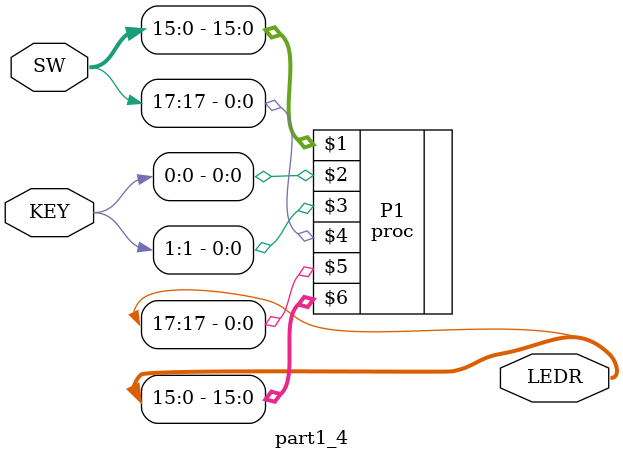
<source format=v>
module part1_4 (SW, KEY, LEDR);
	input [1:0] KEY;
	input [17:0] SW;
	output [17:0] LEDR;
	
	proc P1(SW[15:0], KEY[0], KEY[1], SW[17], LEDR[17], LEDR[15:0]);
	
endmodule

</source>
